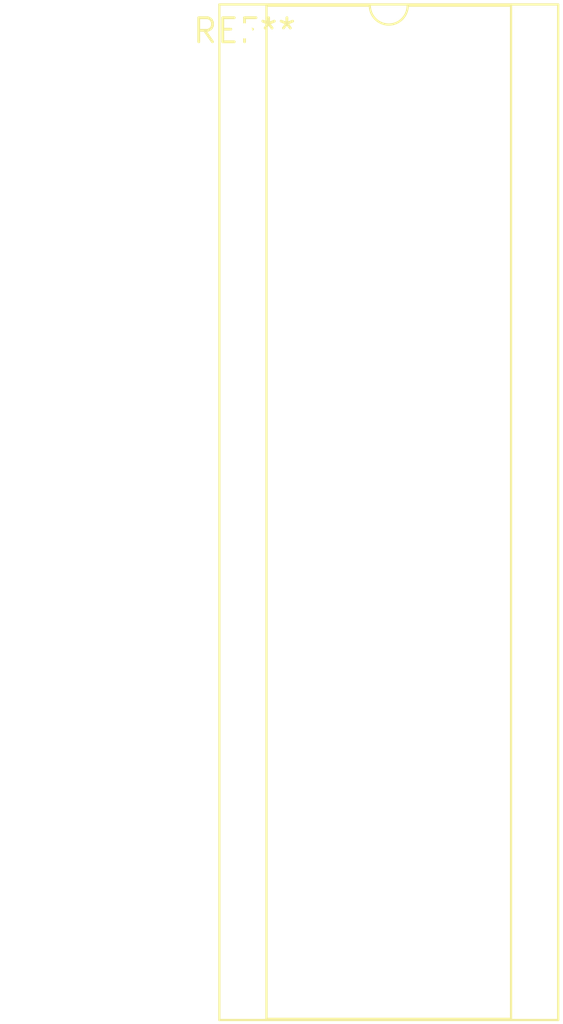
<source format=kicad_pcb>
(kicad_pcb (version 20240108) (generator pcbnew)
  (layers (0 "F.Cu" signal) (31 "B.Cu" signal) (34 "B.Paste" user) (35 "F.Paste" user) (36 "B.SilkS" user "B.Silkscreen") (37 "F.SilkS" user "F.Silkscreen") (38 "B.Mask" user) (39 "F.Mask" user) (44 "Edge.Cuts" user))
  (net 0 "")
  (footprint "DIP-42_W15.24mm_Socket" (layer "F.Cu") (at 0 0)
    (property "Reference" "REF**")
    (property "Value" "DIP-42_W15.24mm_Socket")
    (fp_line (start -1.33 -1.39) (end -1.33 52.19) (layer "F.SilkS") (stroke (width 0.12)))
    (fp_line (start -1.33 52.19) (end 16.57 52.19) (layer "F.SilkS") (stroke (width 0.12)))
    (fp_line (start 1.16 -1.33) (end 1.16 52.13) (layer "F.SilkS") (stroke (width 0.12)))
    (fp_line (start 1.16 52.13) (end 14.08 52.13) (layer "F.SilkS") (stroke (width 0.12)))
    (fp_line (start 6.62 -1.33) (end 1.16 -1.33) (layer "F.SilkS") (stroke (width 0.12)))
    (fp_line (start 14.08 -1.33) (end 8.62 -1.33) (layer "F.SilkS") (stroke (width 0.12)))
    (fp_line (start 14.08 52.13) (end 14.08 -1.33) (layer "F.SilkS") (stroke (width 0.12)))
    (fp_line (start 16.57 -1.39) (end -1.33 -1.39) (layer "F.SilkS") (stroke (width 0.12)))
    (fp_line (start 16.57 52.19) (end 16.57 -1.39) (layer "F.SilkS") (stroke (width 0.12)))
    (fp_arc (start 8.62 -1.33) (mid 7.62 -0.33) (end 6.62 -1.33) (layer "F.SilkS") (stroke (width 0.12)))
    (pad "1" thru_hole rect (at 0 0) (size 1.6 1.6) (drill 0.8) (layers *.Cu *.Mask) (remove_unused_layers))
    (pad "2" thru_hole oval (at 0 2.54) (size 1.6 1.6) (drill 0.8) (layers *.Cu *.Mask) (remove_unused_layers))
    (pad "3" thru_hole oval (at 0 5.08) (size 1.6 1.6) (drill 0.8) (layers *.Cu *.Mask) (remove_unused_layers))
    (pad "4" thru_hole oval (at 0 7.62) (size 1.6 1.6) (drill 0.8) (layers *.Cu *.Mask) (remove_unused_layers))
    (pad "5" thru_hole oval (at 0 10.16) (size 1.6 1.6) (drill 0.8) (layers *.Cu *.Mask) (remove_unused_layers))
    (pad "6" thru_hole oval (at 0 12.7) (size 1.6 1.6) (drill 0.8) (layers *.Cu *.Mask) (remove_unused_layers))
    (pad "7" thru_hole oval (at 0 15.24) (size 1.6 1.6) (drill 0.8) (layers *.Cu *.Mask) (remove_unused_layers))
    (pad "8" thru_hole oval (at 0 17.78) (size 1.6 1.6) (drill 0.8) (layers *.Cu *.Mask) (remove_unused_layers))
    (pad "9" thru_hole oval (at 0 20.32) (size 1.6 1.6) (drill 0.8) (layers *.Cu *.Mask) (remove_unused_layers))
    (pad "10" thru_hole oval (at 0 22.86) (size 1.6 1.6) (drill 0.8) (layers *.Cu *.Mask) (remove_unused_layers))
    (pad "11" thru_hole oval (at 0 25.4) (size 1.6 1.6) (drill 0.8) (layers *.Cu *.Mask) (remove_unused_layers))
    (pad "12" thru_hole oval (at 0 27.94) (size 1.6 1.6) (drill 0.8) (layers *.Cu *.Mask) (remove_unused_layers))
    (pad "13" thru_hole oval (at 0 30.48) (size 1.6 1.6) (drill 0.8) (layers *.Cu *.Mask) (remove_unused_layers))
    (pad "14" thru_hole oval (at 0 33.02) (size 1.6 1.6) (drill 0.8) (layers *.Cu *.Mask) (remove_unused_layers))
    (pad "15" thru_hole oval (at 0 35.56) (size 1.6 1.6) (drill 0.8) (layers *.Cu *.Mask) (remove_unused_layers))
    (pad "16" thru_hole oval (at 0 38.1) (size 1.6 1.6) (drill 0.8) (layers *.Cu *.Mask) (remove_unused_layers))
    (pad "17" thru_hole oval (at 0 40.64) (size 1.6 1.6) (drill 0.8) (layers *.Cu *.Mask) (remove_unused_layers))
    (pad "18" thru_hole oval (at 0 43.18) (size 1.6 1.6) (drill 0.8) (layers *.Cu *.Mask) (remove_unused_layers))
    (pad "19" thru_hole oval (at 0 45.72) (size 1.6 1.6) (drill 0.8) (layers *.Cu *.Mask) (remove_unused_layers))
    (pad "20" thru_hole oval (at 0 48.26) (size 1.6 1.6) (drill 0.8) (layers *.Cu *.Mask) (remove_unused_layers))
    (pad "21" thru_hole oval (at 0 50.8) (size 1.6 1.6) (drill 0.8) (layers *.Cu *.Mask) (remove_unused_layers))
    (pad "22" thru_hole oval (at 15.24 50.8) (size 1.6 1.6) (drill 0.8) (layers *.Cu *.Mask) (remove_unused_layers))
    (pad "23" thru_hole oval (at 15.24 48.26) (size 1.6 1.6) (drill 0.8) (layers *.Cu *.Mask) (remove_unused_layers))
    (pad "24" thru_hole oval (at 15.24 45.72) (size 1.6 1.6) (drill 0.8) (layers *.Cu *.Mask) (remove_unused_layers))
    (pad "25" thru_hole oval (at 15.24 43.18) (size 1.6 1.6) (drill 0.8) (layers *.Cu *.Mask) (remove_unused_layers))
    (pad "26" thru_hole oval (at 15.24 40.64) (size 1.6 1.6) (drill 0.8) (layers *.Cu *.Mask) (remove_unused_layers))
    (pad "27" thru_hole oval (at 15.24 38.1) (size 1.6 1.6) (drill 0.8) (layers *.Cu *.Mask) (remove_unused_layers))
    (pad "28" thru_hole oval (at 15.24 35.56) (size 1.6 1.6) (drill 0.8) (layers *.Cu *.Mask) (remove_unused_layers))
    (pad "29" thru_hole oval (at 15.24 33.02) (size 1.6 1.6) (drill 0.8) (layers *.Cu *.Mask) (remove_unused_layers))
    (pad "30" thru_hole oval (at 15.24 30.48) (size 1.6 1.6) (drill 0.8) (layers *.Cu *.Mask) (remove_unused_layers))
    (pad "31" thru_hole oval (at 15.24 27.94) (size 1.6 1.6) (drill 0.8) (layers *.Cu *.Mask) (remove_unused_layers))
    (pad "32" thru_hole oval (at 15.24 25.4) (size 1.6 1.6) (drill 0.8) (layers *.Cu *.Mask) (remove_unused_layers))
    (pad "33" thru_hole oval (at 15.24 22.86) (size 1.6 1.6) (drill 0.8) (layers *.Cu *.Mask) (remove_unused_layers))
    (pad "34" thru_hole oval (at 15.24 20.32) (size 1.6 1.6) (drill 0.8) (layers *.Cu *.Mask) (remove_unused_layers))
    (pad "35" thru_hole oval (at 15.24 17.78) (size 1.6 1.6) (drill 0.8) (layers *.Cu *.Mask) (remove_unused_layers))
    (pad "36" thru_hole oval (at 15.24 15.24) (size 1.6 1.6) (drill 0.8) (layers *.Cu *.Mask) (remove_unused_layers))
    (pad "37" thru_hole oval (at 15.24 12.7) (size 1.6 1.6) (drill 0.8) (layers *.Cu *.Mask) (remove_unused_layers))
    (pad "38" thru_hole oval (at 15.24 10.16) (size 1.6 1.6) (drill 0.8) (layers *.Cu *.Mask) (remove_unused_layers))
    (pad "39" thru_hole oval (at 15.24 7.62) (size 1.6 1.6) (drill 0.8) (layers *.Cu *.Mask) (remove_unused_layers))
    (pad "40" thru_hole oval (at 15.24 5.08) (size 1.6 1.6) (drill 0.8) (layers *.Cu *.Mask) (remove_unused_layers))
    (pad "41" thru_hole oval (at 15.24 2.54) (size 1.6 1.6) (drill 0.8) (layers *.Cu *.Mask) (remove_unused_layers))
    (pad "42" thru_hole oval (at 15.24 0) (size 1.6 1.6) (drill 0.8) (layers *.Cu *.Mask) (remove_unused_layers))
  )
)
</source>
